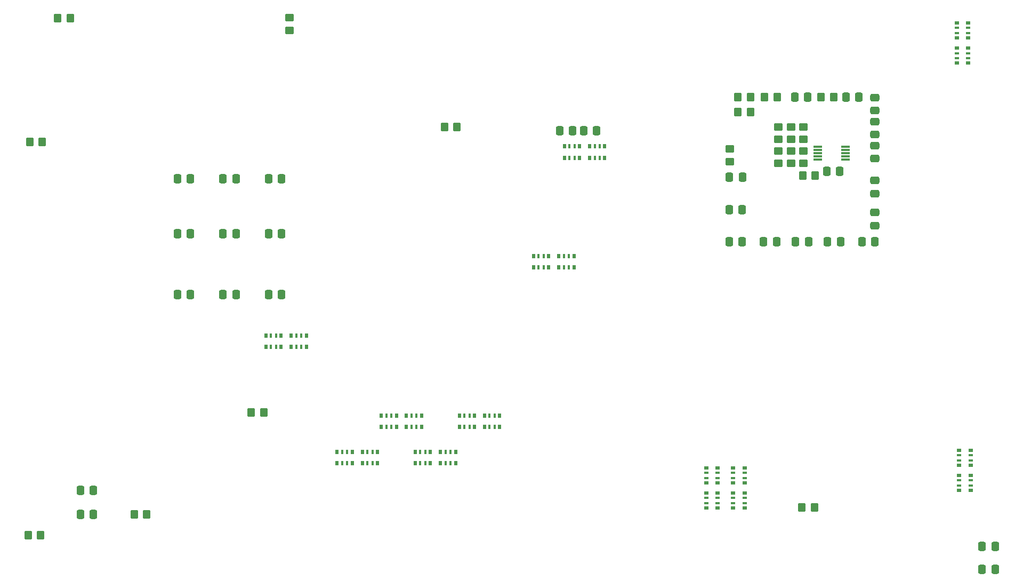
<source format=gbr>
G04 #@! TF.GenerationSoftware,KiCad,Pcbnew,7.0.6-0*
G04 #@! TF.CreationDate,2024-03-03T17:22:18+01:00*
G04 #@! TF.ProjectId,Z3660_v021d,5a333636-305f-4763-9032-31642e6b6963,v0.21d*
G04 #@! TF.SameCoordinates,Original*
G04 #@! TF.FileFunction,Paste,Bot*
G04 #@! TF.FilePolarity,Positive*
%FSLAX46Y46*%
G04 Gerber Fmt 4.6, Leading zero omitted, Abs format (unit mm)*
G04 Created by KiCad (PCBNEW 7.0.6-0) date 2024-03-03 17:22:18*
%MOMM*%
%LPD*%
G01*
G04 APERTURE LIST*
G04 Aperture macros list*
%AMRoundRect*
0 Rectangle with rounded corners*
0 $1 Rounding radius*
0 $2 $3 $4 $5 $6 $7 $8 $9 X,Y pos of 4 corners*
0 Add a 4 corners polygon primitive as box body*
4,1,4,$2,$3,$4,$5,$6,$7,$8,$9,$2,$3,0*
0 Add four circle primitives for the rounded corners*
1,1,$1+$1,$2,$3*
1,1,$1+$1,$4,$5*
1,1,$1+$1,$6,$7*
1,1,$1+$1,$8,$9*
0 Add four rect primitives between the rounded corners*
20,1,$1+$1,$2,$3,$4,$5,0*
20,1,$1+$1,$4,$5,$6,$7,0*
20,1,$1+$1,$6,$7,$8,$9,0*
20,1,$1+$1,$8,$9,$2,$3,0*%
G04 Aperture macros list end*
%ADD10RoundRect,0.250000X-0.337500X-0.475000X0.337500X-0.475000X0.337500X0.475000X-0.337500X0.475000X0*%
%ADD11RoundRect,0.250000X0.350000X0.450000X-0.350000X0.450000X-0.350000X-0.450000X0.350000X-0.450000X0*%
%ADD12RoundRect,0.250000X-0.475000X0.337500X-0.475000X-0.337500X0.475000X-0.337500X0.475000X0.337500X0*%
%ADD13RoundRect,0.250000X0.450000X-0.350000X0.450000X0.350000X-0.450000X0.350000X-0.450000X-0.350000X0*%
%ADD14RoundRect,0.250000X-0.350000X-0.450000X0.350000X-0.450000X0.350000X0.450000X-0.350000X0.450000X0*%
%ADD15RoundRect,0.250000X0.475000X-0.337500X0.475000X0.337500X-0.475000X0.337500X-0.475000X-0.337500X0*%
%ADD16RoundRect,0.250000X-0.450000X0.350000X-0.450000X-0.350000X0.450000X-0.350000X0.450000X0.350000X0*%
%ADD17RoundRect,0.250000X0.337500X0.475000X-0.337500X0.475000X-0.337500X-0.475000X0.337500X-0.475000X0*%
%ADD18R,0.800000X0.500000*%
%ADD19R,0.800000X0.400000*%
%ADD20R,0.500000X0.800000*%
%ADD21R,0.400000X0.800000*%
%ADD22R,1.400000X0.300000*%
G04 APERTURE END LIST*
D10*
X246917300Y-115239800D03*
X248992300Y-115239800D03*
D11*
X161534600Y-48681200D03*
X163534600Y-48681200D03*
D12*
X229870000Y-44026000D03*
X229870000Y-46101000D03*
D10*
X103717200Y-110210600D03*
X105792200Y-110210600D03*
D13*
X206883000Y-52213000D03*
X206883000Y-54213000D03*
D14*
X210143600Y-46380400D03*
X208143600Y-46380400D03*
X214360000Y-43942000D03*
X212360000Y-43942000D03*
X114258600Y-110200000D03*
X112258600Y-110200000D03*
D15*
X229870000Y-49932500D03*
X229870000Y-47857500D03*
D10*
X103717200Y-106400600D03*
X105792200Y-106400600D03*
X246917300Y-118922800D03*
X248992300Y-118922800D03*
D14*
X210143600Y-43942000D03*
X208143600Y-43942000D03*
X220300000Y-109100000D03*
X218300000Y-109100000D03*
D16*
X136900000Y-33400000D03*
X136900000Y-31400000D03*
D10*
X126343500Y-56896000D03*
X128418500Y-56896000D03*
D17*
X121179500Y-65659000D03*
X119104500Y-65659000D03*
D10*
X126343500Y-65659000D03*
X128418500Y-65659000D03*
X133582500Y-65659000D03*
X135657500Y-65659000D03*
D17*
X121179500Y-75311000D03*
X119104500Y-75311000D03*
X128418500Y-75311000D03*
X126343500Y-75311000D03*
X229891500Y-66929000D03*
X227816500Y-66929000D03*
D10*
X212195500Y-66929000D03*
X214270500Y-66929000D03*
X217275500Y-66929000D03*
X219350500Y-66929000D03*
X222355500Y-66929000D03*
X224430500Y-66929000D03*
D12*
X229870000Y-57192000D03*
X229870000Y-59267000D03*
X229870000Y-51667500D03*
X229870000Y-53742500D03*
D10*
X206756500Y-66929000D03*
X208831500Y-66929000D03*
D12*
X229870000Y-62272000D03*
X229870000Y-64347000D03*
D10*
X206734500Y-61849000D03*
X208809500Y-61849000D03*
X133582500Y-56896000D03*
X135657500Y-56896000D03*
X119104500Y-56896000D03*
X121179500Y-56896000D03*
D17*
X185695500Y-49276000D03*
X183620500Y-49276000D03*
D10*
X179810500Y-49276000D03*
X181885500Y-49276000D03*
D17*
X227351500Y-43992800D03*
X225276500Y-43992800D03*
D10*
X206798000Y-56705500D03*
X208873000Y-56705500D03*
X133582500Y-75311000D03*
X135657500Y-75311000D03*
X217170500Y-43942000D03*
X219245500Y-43942000D03*
D18*
X244700000Y-36200000D03*
D19*
X244700000Y-37000000D03*
X244700000Y-37800000D03*
D18*
X244700000Y-38600000D03*
X242900000Y-38600000D03*
D19*
X242900000Y-37800000D03*
X242900000Y-37000000D03*
D18*
X242900000Y-36200000D03*
D20*
X137200000Y-81800000D03*
D21*
X138000000Y-81800000D03*
X138800000Y-81800000D03*
D20*
X139600000Y-81800000D03*
X139600000Y-83600000D03*
D21*
X138800000Y-83600000D03*
X138000000Y-83600000D03*
D20*
X137200000Y-83600000D03*
D17*
X224303500Y-55778400D03*
X222228500Y-55778400D03*
D18*
X204900000Y-106800000D03*
D19*
X204900000Y-107600000D03*
X204900000Y-108400000D03*
D18*
X204900000Y-109200000D03*
X203100000Y-109200000D03*
D19*
X203100000Y-108400000D03*
X203100000Y-107600000D03*
D18*
X203100000Y-106800000D03*
X245100000Y-104000000D03*
D19*
X245100000Y-104800000D03*
X245100000Y-105600000D03*
D18*
X245100000Y-106400000D03*
X243300000Y-106400000D03*
D19*
X243300000Y-105600000D03*
X243300000Y-104800000D03*
D18*
X243300000Y-104000000D03*
D20*
X157900000Y-96300000D03*
D21*
X157100000Y-96300000D03*
X156300000Y-96300000D03*
D20*
X155500000Y-96300000D03*
X155500000Y-94500000D03*
D21*
X156300000Y-94500000D03*
X157100000Y-94500000D03*
D20*
X157900000Y-94500000D03*
D18*
X244700000Y-32200000D03*
D19*
X244700000Y-33000000D03*
X244700000Y-33800000D03*
D18*
X244700000Y-34600000D03*
X242900000Y-34600000D03*
D19*
X242900000Y-33800000D03*
X242900000Y-33000000D03*
D18*
X242900000Y-32200000D03*
D20*
X146900000Y-102100000D03*
D21*
X146100000Y-102100000D03*
X145300000Y-102100000D03*
D20*
X144500000Y-102100000D03*
X144500000Y-100300000D03*
D21*
X145300000Y-100300000D03*
X146100000Y-100300000D03*
D20*
X146900000Y-100300000D03*
D11*
X95418400Y-113487200D03*
X97418400Y-113487200D03*
D20*
X150900000Y-102100000D03*
D21*
X150100000Y-102100000D03*
X149300000Y-102100000D03*
D20*
X148500000Y-102100000D03*
X148500000Y-100300000D03*
D21*
X149300000Y-100300000D03*
X150100000Y-100300000D03*
D20*
X150900000Y-100300000D03*
D18*
X204900000Y-102800000D03*
D19*
X204900000Y-103600000D03*
X204900000Y-104400000D03*
D18*
X204900000Y-105200000D03*
X203100000Y-105200000D03*
D19*
X203100000Y-104400000D03*
X203100000Y-103600000D03*
D18*
X203100000Y-102800000D03*
D13*
X216560400Y-48698400D03*
X216560400Y-50698400D03*
D20*
X180600000Y-51800000D03*
D21*
X181400000Y-51800000D03*
X182200000Y-51800000D03*
D20*
X183000000Y-51800000D03*
X183000000Y-53600000D03*
D21*
X182200000Y-53600000D03*
X181400000Y-53600000D03*
D20*
X180600000Y-53600000D03*
D14*
X132826000Y-94004000D03*
X130826000Y-94004000D03*
D18*
X245100000Y-100000000D03*
D19*
X245100000Y-100800000D03*
X245100000Y-101600000D03*
D18*
X245100000Y-102400000D03*
X243300000Y-102400000D03*
D19*
X243300000Y-101600000D03*
X243300000Y-100800000D03*
D18*
X243300000Y-100000000D03*
D20*
X170300000Y-96300000D03*
D21*
X169500000Y-96300000D03*
X168700000Y-96300000D03*
D20*
X167900000Y-96300000D03*
X167900000Y-94500000D03*
D21*
X168700000Y-94500000D03*
X169500000Y-94500000D03*
D20*
X170300000Y-94500000D03*
D14*
X102117400Y-31460000D03*
X100117400Y-31460000D03*
D11*
X218421200Y-56388000D03*
X220421200Y-56388000D03*
D20*
X133200000Y-81800000D03*
D21*
X134000000Y-81800000D03*
X134800000Y-81800000D03*
D20*
X135600000Y-81800000D03*
X135600000Y-83600000D03*
D21*
X134800000Y-83600000D03*
X134000000Y-83600000D03*
D20*
X133200000Y-83600000D03*
D13*
X214579200Y-52492400D03*
X214579200Y-54492400D03*
D11*
X95672400Y-51104800D03*
X97672400Y-51104800D03*
D13*
X218541600Y-52508400D03*
X218541600Y-54508400D03*
X218541600Y-48698400D03*
X218541600Y-50698400D03*
D20*
X153900000Y-96300000D03*
D21*
X153100000Y-96300000D03*
X152300000Y-96300000D03*
D20*
X151500000Y-96300000D03*
X151500000Y-94500000D03*
D21*
X152300000Y-94500000D03*
X153100000Y-94500000D03*
D20*
X153900000Y-94500000D03*
D22*
X220796400Y-53848000D03*
X220796400Y-53348000D03*
X220796400Y-52848000D03*
X220796400Y-52348000D03*
X220796400Y-51848000D03*
X225196400Y-51848000D03*
X225196400Y-52348000D03*
X225196400Y-52848000D03*
X225196400Y-53348000D03*
X225196400Y-53848000D03*
D20*
X184600000Y-51800000D03*
D21*
X185400000Y-51800000D03*
X186200000Y-51800000D03*
D20*
X187000000Y-51800000D03*
X187000000Y-53600000D03*
D21*
X186200000Y-53600000D03*
X185400000Y-53600000D03*
D20*
X184600000Y-53600000D03*
D13*
X214579200Y-48682400D03*
X214579200Y-50682400D03*
D18*
X207400000Y-109200000D03*
D19*
X207400000Y-108400000D03*
X207400000Y-107600000D03*
D18*
X207400000Y-106800000D03*
X209200000Y-106800000D03*
D19*
X209200000Y-107600000D03*
X209200000Y-108400000D03*
D18*
X209200000Y-109200000D03*
D20*
X175700000Y-69200000D03*
D21*
X176500000Y-69200000D03*
X177300000Y-69200000D03*
D20*
X178100000Y-69200000D03*
X178100000Y-71000000D03*
D21*
X177300000Y-71000000D03*
X176500000Y-71000000D03*
D20*
X175700000Y-71000000D03*
D18*
X207400000Y-105200000D03*
D19*
X207400000Y-104400000D03*
X207400000Y-103600000D03*
D18*
X207400000Y-102800000D03*
X209200000Y-102800000D03*
D19*
X209200000Y-103600000D03*
X209200000Y-104400000D03*
D18*
X209200000Y-105200000D03*
D20*
X179700000Y-69200000D03*
D21*
X180500000Y-69200000D03*
X181300000Y-69200000D03*
D20*
X182100000Y-69200000D03*
X182100000Y-71000000D03*
D21*
X181300000Y-71000000D03*
X180500000Y-71000000D03*
D20*
X179700000Y-71000000D03*
X166300000Y-96300000D03*
D21*
X165500000Y-96300000D03*
X164700000Y-96300000D03*
D20*
X163900000Y-96300000D03*
X163900000Y-94500000D03*
D21*
X164700000Y-94500000D03*
X165500000Y-94500000D03*
D20*
X166300000Y-94500000D03*
D13*
X216560400Y-52492400D03*
X216560400Y-54492400D03*
D20*
X159300000Y-102100000D03*
D21*
X158500000Y-102100000D03*
X157700000Y-102100000D03*
D20*
X156900000Y-102100000D03*
X156900000Y-100300000D03*
D21*
X157700000Y-100300000D03*
X158500000Y-100300000D03*
D20*
X159300000Y-100300000D03*
D11*
X221351600Y-43992800D03*
X223351600Y-43992800D03*
D20*
X163300000Y-102100000D03*
D21*
X162500000Y-102100000D03*
X161700000Y-102100000D03*
D20*
X160900000Y-102100000D03*
X160900000Y-100300000D03*
D21*
X161700000Y-100300000D03*
X162500000Y-100300000D03*
D20*
X163300000Y-100300000D03*
M02*

</source>
